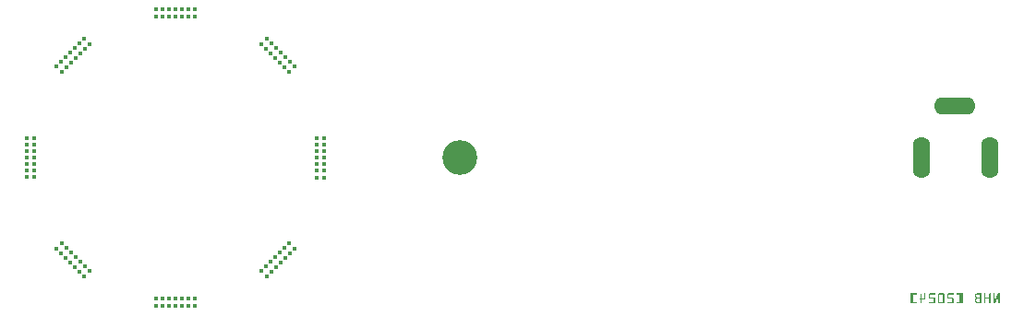
<source format=gbs>
G04 #@! TF.GenerationSoftware,KiCad,Pcbnew,7.0.10*
G04 #@! TF.CreationDate,2024-05-27T20:12:39-07:00*
G04 #@! TF.ProjectId,K40-LED_PCB,4b34302d-4c45-4445-9f50-43422e6b6963,rev?*
G04 #@! TF.SameCoordinates,Original*
G04 #@! TF.FileFunction,Soldermask,Bot*
G04 #@! TF.FilePolarity,Negative*
%FSLAX46Y46*%
G04 Gerber Fmt 4.6, Leading zero omitted, Abs format (unit mm)*
G04 Created by KiCad (PCBNEW 7.0.10) date 2024-05-27 20:12:39*
%MOMM*%
%LPD*%
G01*
G04 APERTURE LIST*
%ADD10C,0.100000*%
%ADD11C,0.400000*%
%ADD12O,1.604000X3.804000*%
%ADD13O,3.804000X1.604000*%
%ADD14C,3.200000*%
G04 APERTURE END LIST*
D10*
G36*
X197396552Y-104315788D02*
G01*
X197396552Y-105163800D01*
X197551891Y-105163800D01*
X197862323Y-104460380D01*
X197862323Y-105106647D01*
X197863130Y-105116684D01*
X197866026Y-105127355D01*
X197871029Y-105137170D01*
X197877135Y-105145058D01*
X197879176Y-105147191D01*
X197886900Y-105153662D01*
X197896586Y-105159112D01*
X197907187Y-105162486D01*
X197917215Y-105163735D01*
X197920209Y-105163800D01*
X197930342Y-105163005D01*
X197941092Y-105160150D01*
X197950957Y-105155220D01*
X197958863Y-105149202D01*
X197960997Y-105147191D01*
X197967564Y-105139479D01*
X197973094Y-105129835D01*
X197976517Y-105119306D01*
X197977784Y-105109367D01*
X197977850Y-105106402D01*
X197977850Y-104257170D01*
X197824710Y-104257170D01*
X197513545Y-104960589D01*
X197513545Y-104315788D01*
X197512703Y-104305727D01*
X197510179Y-104296274D01*
X197505971Y-104287428D01*
X197500081Y-104279190D01*
X197495959Y-104274756D01*
X197487962Y-104267903D01*
X197479356Y-104262734D01*
X197470143Y-104259248D01*
X197460322Y-104257445D01*
X197454438Y-104257170D01*
X197444210Y-104257988D01*
X197434683Y-104260443D01*
X197424653Y-104265251D01*
X197416629Y-104271212D01*
X197413405Y-104274267D01*
X197406838Y-104282098D01*
X197401885Y-104290629D01*
X197398544Y-104299862D01*
X197396816Y-104309797D01*
X197396552Y-104315788D01*
G37*
G36*
X197135457Y-105106402D02*
G01*
X197135457Y-104314567D01*
X197134650Y-104304708D01*
X197131754Y-104294156D01*
X197126750Y-104284367D01*
X197120645Y-104276428D01*
X197118604Y-104274267D01*
X197110892Y-104267605D01*
X197102502Y-104262580D01*
X197092083Y-104258840D01*
X197082241Y-104257320D01*
X197077815Y-104257170D01*
X197067861Y-104257976D01*
X197057229Y-104260873D01*
X197047390Y-104265876D01*
X197039433Y-104271982D01*
X197037271Y-104274023D01*
X197030609Y-104281688D01*
X197024999Y-104291164D01*
X197021526Y-104301403D01*
X197020191Y-104312405D01*
X197020174Y-104313834D01*
X197020174Y-104647959D01*
X196668464Y-104647959D01*
X196668464Y-104313834D01*
X196667658Y-104304082D01*
X196664761Y-104293652D01*
X196659758Y-104283985D01*
X196653652Y-104276153D01*
X196651612Y-104274023D01*
X196643899Y-104267456D01*
X196634256Y-104261926D01*
X196623727Y-104258503D01*
X196613787Y-104257236D01*
X196610823Y-104257170D01*
X196600595Y-104257988D01*
X196591068Y-104260443D01*
X196581039Y-104265251D01*
X196573014Y-104271212D01*
X196569790Y-104274267D01*
X196563223Y-104282098D01*
X196558270Y-104290629D01*
X196554929Y-104299862D01*
X196553201Y-104309797D01*
X196552937Y-104315788D01*
X196552937Y-105106402D01*
X196553779Y-105116262D01*
X196556801Y-105126814D01*
X196562022Y-105136602D01*
X196568393Y-105144542D01*
X196570523Y-105146703D01*
X196578462Y-105153364D01*
X196586892Y-105158390D01*
X196597127Y-105162130D01*
X196608004Y-105163733D01*
X196610823Y-105163800D01*
X196621230Y-105162981D01*
X196630865Y-105160527D01*
X196640933Y-105155718D01*
X196648915Y-105149758D01*
X196652100Y-105146703D01*
X196658476Y-105138872D01*
X196663287Y-105130340D01*
X196666531Y-105121107D01*
X196668209Y-105111173D01*
X196668464Y-105105181D01*
X196668464Y-104757379D01*
X197018709Y-104757379D01*
X197018709Y-105105181D01*
X197019550Y-105115254D01*
X197022074Y-105124743D01*
X197026282Y-105133647D01*
X197032172Y-105141966D01*
X197036294Y-105146458D01*
X197044208Y-105153215D01*
X197052777Y-105158313D01*
X197062000Y-105161750D01*
X197071877Y-105163529D01*
X197077815Y-105163800D01*
X197087686Y-105163005D01*
X197098280Y-105160150D01*
X197108141Y-105155220D01*
X197116169Y-105149202D01*
X197118360Y-105147191D01*
X197125021Y-105139479D01*
X197130047Y-105131089D01*
X197133787Y-105120671D01*
X197135306Y-105110828D01*
X197135457Y-105106402D01*
G37*
G36*
X196290376Y-105163800D02*
G01*
X195937201Y-105163800D01*
X195925373Y-105163530D01*
X195913761Y-105162723D01*
X195902368Y-105161378D01*
X195891192Y-105159495D01*
X195880233Y-105157073D01*
X195869492Y-105154114D01*
X195858969Y-105150616D01*
X195848663Y-105146580D01*
X195838575Y-105142007D01*
X195828704Y-105136895D01*
X195819051Y-105131245D01*
X195809615Y-105125056D01*
X195800397Y-105118330D01*
X195791396Y-105111066D01*
X195782613Y-105103264D01*
X195774047Y-105094923D01*
X195765854Y-105086207D01*
X195758190Y-105077276D01*
X195751055Y-105068133D01*
X195744448Y-105058775D01*
X195738369Y-105049204D01*
X195732820Y-105039419D01*
X195727798Y-105029420D01*
X195723306Y-105019208D01*
X195719341Y-105008782D01*
X195715906Y-104998142D01*
X195712999Y-104987288D01*
X195710620Y-104976221D01*
X195708770Y-104964940D01*
X195707449Y-104953445D01*
X195706656Y-104941737D01*
X195706441Y-104932013D01*
X195824605Y-104932013D01*
X195825143Y-104944370D01*
X195826758Y-104956285D01*
X195829448Y-104967756D01*
X195833215Y-104978786D01*
X195838058Y-104989372D01*
X195843977Y-104999516D01*
X195850972Y-105009217D01*
X195859043Y-105018475D01*
X195867790Y-105026890D01*
X195876934Y-105034183D01*
X195886475Y-105040354D01*
X195896413Y-105045403D01*
X195906747Y-105049330D01*
X195917479Y-105052135D01*
X195928607Y-105053818D01*
X195940132Y-105054379D01*
X196173628Y-105054379D01*
X196173628Y-104757379D01*
X195940132Y-104757379D01*
X195928439Y-104757948D01*
X195917173Y-104759654D01*
X195906335Y-104762497D01*
X195895924Y-104766477D01*
X195885941Y-104771595D01*
X195876385Y-104777850D01*
X195867256Y-104785242D01*
X195858555Y-104793772D01*
X195850598Y-104803099D01*
X195843702Y-104812884D01*
X195837867Y-104823127D01*
X195833093Y-104833827D01*
X195829379Y-104844986D01*
X195826727Y-104856603D01*
X195825136Y-104868678D01*
X195824605Y-104881211D01*
X195824605Y-104932013D01*
X195706441Y-104932013D01*
X195706392Y-104929815D01*
X195706392Y-104878524D01*
X195706701Y-104865901D01*
X195707628Y-104853497D01*
X195709174Y-104841309D01*
X195711338Y-104829339D01*
X195714120Y-104817587D01*
X195717520Y-104806052D01*
X195721539Y-104794735D01*
X195726175Y-104783636D01*
X195731430Y-104772753D01*
X195737304Y-104762089D01*
X195743795Y-104751642D01*
X195750905Y-104741412D01*
X195758633Y-104731400D01*
X195766979Y-104721605D01*
X195775944Y-104712028D01*
X195785526Y-104702669D01*
X195775944Y-104693730D01*
X195766979Y-104684561D01*
X195758633Y-104675160D01*
X195750905Y-104665529D01*
X195743795Y-104655667D01*
X195737304Y-104645573D01*
X195731430Y-104635249D01*
X195726175Y-104624694D01*
X195721539Y-104613909D01*
X195717520Y-104602892D01*
X195714120Y-104591644D01*
X195711338Y-104580166D01*
X195709174Y-104568457D01*
X195707628Y-104556516D01*
X195706701Y-104544345D01*
X195706392Y-104531943D01*
X195706392Y-104531699D01*
X195824605Y-104531699D01*
X195825143Y-104543453D01*
X195826758Y-104554780D01*
X195829448Y-104565679D01*
X195833215Y-104576151D01*
X195838058Y-104586196D01*
X195843977Y-104595813D01*
X195850972Y-104605002D01*
X195859043Y-104613765D01*
X195867790Y-104621779D01*
X195876934Y-104628724D01*
X195886475Y-104634602D01*
X195896413Y-104639410D01*
X195906747Y-104643150D01*
X195917479Y-104645821D01*
X195928607Y-104647424D01*
X195940132Y-104647959D01*
X196175094Y-104647959D01*
X196175094Y-104366591D01*
X195940132Y-104366591D01*
X195928496Y-104367133D01*
X195917280Y-104368759D01*
X195906484Y-104371468D01*
X195896107Y-104375261D01*
X195886151Y-104380139D01*
X195876614Y-104386100D01*
X195867497Y-104393145D01*
X195858799Y-104401273D01*
X195850785Y-104410100D01*
X195843839Y-104419363D01*
X195837962Y-104429060D01*
X195833154Y-104439192D01*
X195829414Y-104449759D01*
X195826742Y-104460762D01*
X195825140Y-104472199D01*
X195824605Y-104484072D01*
X195824605Y-104531699D01*
X195706392Y-104531699D01*
X195706392Y-104484316D01*
X195706656Y-104472670D01*
X195707449Y-104461239D01*
X195708770Y-104450024D01*
X195710620Y-104439024D01*
X195712999Y-104428240D01*
X195715906Y-104417672D01*
X195719341Y-104407319D01*
X195723306Y-104397182D01*
X195727798Y-104387261D01*
X195732820Y-104377555D01*
X195738369Y-104368065D01*
X195744448Y-104358790D01*
X195751055Y-104349731D01*
X195758190Y-104340888D01*
X195765854Y-104332260D01*
X195774047Y-104323848D01*
X195782613Y-104315774D01*
X195791396Y-104308221D01*
X195800397Y-104301188D01*
X195809615Y-104294677D01*
X195819051Y-104288686D01*
X195828704Y-104283216D01*
X195838575Y-104278267D01*
X195848663Y-104273840D01*
X195858969Y-104269933D01*
X195869492Y-104266547D01*
X195880233Y-104263682D01*
X195891192Y-104261337D01*
X195902368Y-104259514D01*
X195913761Y-104258212D01*
X195925373Y-104257431D01*
X195937201Y-104257170D01*
X196290376Y-104257170D01*
X196290376Y-105163800D01*
G37*
G36*
X194544314Y-104257320D02*
G01*
X194554156Y-104258840D01*
X194564575Y-104262580D01*
X194572964Y-104267605D01*
X194580676Y-104274267D01*
X194584626Y-104278656D01*
X194590271Y-104286887D01*
X194594303Y-104295820D01*
X194596723Y-104305453D01*
X194597529Y-104315788D01*
X194597529Y-105106402D01*
X194597462Y-105109279D01*
X194596177Y-105118971D01*
X194592704Y-105129332D01*
X194587094Y-105138930D01*
X194580432Y-105146703D01*
X194578242Y-105148773D01*
X194570214Y-105154967D01*
X194560353Y-105160043D01*
X194549759Y-105162981D01*
X194539888Y-105163800D01*
X194073872Y-105163800D01*
X194070908Y-105163737D01*
X194060969Y-105162544D01*
X194050440Y-105159319D01*
X194040796Y-105154110D01*
X194033084Y-105147924D01*
X194032047Y-105146910D01*
X194025711Y-105139452D01*
X194020444Y-105130155D01*
X194017284Y-105120034D01*
X194016231Y-105109089D01*
X194016248Y-105107676D01*
X194017564Y-105096853D01*
X194020987Y-105086885D01*
X194026517Y-105077772D01*
X194033084Y-105070499D01*
X194035218Y-105068547D01*
X194043124Y-105062706D01*
X194052989Y-105057921D01*
X194063740Y-105055150D01*
X194073872Y-105054379D01*
X194306147Y-105054379D01*
X194306147Y-104366591D01*
X194421674Y-104366591D01*
X194421674Y-105054379D01*
X194482002Y-105054379D01*
X194482002Y-104366591D01*
X194421674Y-104366591D01*
X194306147Y-104366591D01*
X194073872Y-104366591D01*
X194070908Y-104366527D01*
X194060969Y-104365296D01*
X194050440Y-104361972D01*
X194040796Y-104356603D01*
X194033084Y-104350227D01*
X194032047Y-104349198D01*
X194025711Y-104341648D01*
X194020444Y-104332275D01*
X194017284Y-104322108D01*
X194016231Y-104311148D01*
X194016248Y-104309795D01*
X194017603Y-104299365D01*
X194021125Y-104289637D01*
X194026815Y-104280611D01*
X194033572Y-104273290D01*
X194035733Y-104271338D01*
X194043672Y-104265498D01*
X194053461Y-104260712D01*
X194064013Y-104257941D01*
X194073872Y-104257170D01*
X194539888Y-104257170D01*
X194544314Y-104257320D01*
G37*
G36*
X193228792Y-105163800D02*
G01*
X193753670Y-105163800D01*
X193753670Y-104764951D01*
X193753140Y-104753136D01*
X193751548Y-104741748D01*
X193748896Y-104730787D01*
X193745183Y-104720254D01*
X193740408Y-104710149D01*
X193734573Y-104700471D01*
X193727677Y-104691220D01*
X193719720Y-104682397D01*
X193711023Y-104674325D01*
X193701906Y-104667330D01*
X193692369Y-104661411D01*
X193682412Y-104656568D01*
X193672036Y-104652801D01*
X193661239Y-104650111D01*
X193650023Y-104648497D01*
X193638387Y-104647959D01*
X193288143Y-104647959D01*
X193288143Y-104366591D01*
X193700181Y-104366591D01*
X193710588Y-104365831D01*
X193720223Y-104363552D01*
X193730291Y-104359087D01*
X193739350Y-104352638D01*
X193741458Y-104350715D01*
X193748617Y-104342243D01*
X193753731Y-104332946D01*
X193756799Y-104322826D01*
X193757822Y-104311880D01*
X193756799Y-104300951D01*
X193753731Y-104290876D01*
X193748617Y-104281655D01*
X193741458Y-104273290D01*
X193733806Y-104267009D01*
X193724116Y-104261720D01*
X193713419Y-104258445D01*
X193703233Y-104257233D01*
X193700181Y-104257170D01*
X193287899Y-104257170D01*
X193276088Y-104257689D01*
X193264711Y-104259246D01*
X193253770Y-104261841D01*
X193243264Y-104265474D01*
X193233192Y-104270145D01*
X193223556Y-104275855D01*
X193214355Y-104282602D01*
X193205589Y-104290387D01*
X193197518Y-104298840D01*
X193190522Y-104307713D01*
X193184603Y-104317006D01*
X193179760Y-104326718D01*
X193175994Y-104336850D01*
X193173303Y-104347403D01*
X193171689Y-104358374D01*
X193171151Y-104369766D01*
X193171151Y-104643562D01*
X193171689Y-104655244D01*
X193173303Y-104666475D01*
X193175994Y-104677256D01*
X193179760Y-104687587D01*
X193184603Y-104697467D01*
X193190522Y-104706897D01*
X193197518Y-104715877D01*
X193205589Y-104724407D01*
X193214355Y-104732135D01*
X193223556Y-104738832D01*
X193233192Y-104744499D01*
X193243264Y-104749136D01*
X193253770Y-104752743D01*
X193264711Y-104755319D01*
X193276088Y-104756864D01*
X193287899Y-104757379D01*
X193638387Y-104757379D01*
X193638387Y-105054379D01*
X193228792Y-105054379D01*
X193218933Y-105055150D01*
X193208381Y-105057921D01*
X193198592Y-105062706D01*
X193190653Y-105068547D01*
X193188492Y-105070499D01*
X193181735Y-105077772D01*
X193176045Y-105086885D01*
X193172523Y-105096853D01*
X193171168Y-105107676D01*
X193171151Y-105109089D01*
X193172235Y-105120034D01*
X193175486Y-105130155D01*
X193180905Y-105139452D01*
X193187425Y-105146910D01*
X193188492Y-105147924D01*
X193196264Y-105154110D01*
X193205862Y-105159319D01*
X193216224Y-105162544D01*
X193227348Y-105163784D01*
X193228792Y-105163800D01*
G37*
G36*
X192809843Y-104257681D02*
G01*
X192820617Y-104259216D01*
X192831001Y-104261773D01*
X192840996Y-104265352D01*
X192850601Y-104269955D01*
X192859818Y-104275580D01*
X192868645Y-104282228D01*
X192877083Y-104289899D01*
X192884811Y-104298272D01*
X192891508Y-104307026D01*
X192897175Y-104316162D01*
X192901812Y-104325680D01*
X192905419Y-104335580D01*
X192907995Y-104345861D01*
X192909540Y-104356523D01*
X192910055Y-104367568D01*
X192910055Y-105053402D01*
X192909552Y-105064614D01*
X192908040Y-105075414D01*
X192905522Y-105085802D01*
X192901995Y-105095778D01*
X192897462Y-105105342D01*
X192891920Y-105114493D01*
X192885372Y-105123232D01*
X192877815Y-105131559D01*
X192869526Y-105139116D01*
X192860779Y-105145664D01*
X192851574Y-105151206D01*
X192841912Y-105155739D01*
X192831791Y-105159266D01*
X192821212Y-105161784D01*
X192810175Y-105163296D01*
X192798681Y-105163800D01*
X192440376Y-105163800D01*
X192429050Y-105163296D01*
X192418150Y-105161784D01*
X192407678Y-105159266D01*
X192397634Y-105155739D01*
X192388017Y-105151206D01*
X192378827Y-105145664D01*
X192370065Y-105139116D01*
X192361730Y-105131559D01*
X192354059Y-105123232D01*
X192347411Y-105114493D01*
X192341786Y-105105342D01*
X192337184Y-105095778D01*
X192333604Y-105085802D01*
X192331047Y-105075414D01*
X192329513Y-105064614D01*
X192329002Y-105053402D01*
X192329002Y-104367568D01*
X192329047Y-104366591D01*
X192443063Y-104366591D01*
X192443063Y-105054379D01*
X192794773Y-105054379D01*
X192794773Y-104366591D01*
X192443063Y-104366591D01*
X192329047Y-104366591D01*
X192329513Y-104356523D01*
X192331047Y-104345861D01*
X192333604Y-104335580D01*
X192337184Y-104325680D01*
X192341786Y-104316162D01*
X192347411Y-104307026D01*
X192354059Y-104298272D01*
X192361730Y-104289899D01*
X192370042Y-104282228D01*
X192378736Y-104275580D01*
X192387811Y-104269955D01*
X192397267Y-104265352D01*
X192407106Y-104261773D01*
X192417326Y-104259216D01*
X192427928Y-104257681D01*
X192438911Y-104257170D01*
X192798681Y-104257170D01*
X192809843Y-104257681D01*
G37*
G36*
X191538632Y-105163800D02*
G01*
X192063510Y-105163800D01*
X192063510Y-104764951D01*
X192062979Y-104753136D01*
X192061388Y-104741748D01*
X192058735Y-104730787D01*
X192055022Y-104720254D01*
X192050248Y-104710149D01*
X192044413Y-104700471D01*
X192037517Y-104691220D01*
X192029560Y-104682397D01*
X192020863Y-104674325D01*
X192011745Y-104667330D01*
X192002208Y-104661411D01*
X191992252Y-104656568D01*
X191981875Y-104652801D01*
X191971079Y-104650111D01*
X191959863Y-104648497D01*
X191948227Y-104647959D01*
X191597983Y-104647959D01*
X191597983Y-104366591D01*
X192010020Y-104366591D01*
X192020427Y-104365831D01*
X192030063Y-104363552D01*
X192040130Y-104359087D01*
X192049190Y-104352638D01*
X192051297Y-104350715D01*
X192058457Y-104342243D01*
X192063571Y-104332946D01*
X192066639Y-104322826D01*
X192067662Y-104311880D01*
X192066639Y-104300951D01*
X192063571Y-104290876D01*
X192058457Y-104281655D01*
X192051297Y-104273290D01*
X192043646Y-104267009D01*
X192033956Y-104261720D01*
X192023259Y-104258445D01*
X192013073Y-104257233D01*
X192010020Y-104257170D01*
X191597739Y-104257170D01*
X191585927Y-104257689D01*
X191574551Y-104259246D01*
X191563609Y-104261841D01*
X191553103Y-104265474D01*
X191543032Y-104270145D01*
X191533396Y-104275855D01*
X191524195Y-104282602D01*
X191515429Y-104290387D01*
X191507357Y-104298840D01*
X191500362Y-104307713D01*
X191494443Y-104317006D01*
X191489600Y-104326718D01*
X191485833Y-104336850D01*
X191483143Y-104347403D01*
X191481529Y-104358374D01*
X191480990Y-104369766D01*
X191480990Y-104643562D01*
X191481529Y-104655244D01*
X191483143Y-104666475D01*
X191485833Y-104677256D01*
X191489600Y-104687587D01*
X191494443Y-104697467D01*
X191500362Y-104706897D01*
X191507357Y-104715877D01*
X191515429Y-104724407D01*
X191524195Y-104732135D01*
X191533396Y-104738832D01*
X191543032Y-104744499D01*
X191553103Y-104749136D01*
X191563609Y-104752743D01*
X191574551Y-104755319D01*
X191585927Y-104756864D01*
X191597739Y-104757379D01*
X191948227Y-104757379D01*
X191948227Y-105054379D01*
X191538632Y-105054379D01*
X191528773Y-105055150D01*
X191518221Y-105057921D01*
X191508432Y-105062706D01*
X191500493Y-105068547D01*
X191498332Y-105070499D01*
X191491575Y-105077772D01*
X191485885Y-105086885D01*
X191482362Y-105096853D01*
X191481007Y-105107676D01*
X191480990Y-105109089D01*
X191482074Y-105120034D01*
X191485326Y-105130155D01*
X191490745Y-105139452D01*
X191497265Y-105146910D01*
X191498332Y-105147924D01*
X191506104Y-105154110D01*
X191515702Y-105159319D01*
X191526063Y-105162544D01*
X191537188Y-105163784D01*
X191538632Y-105163800D01*
G37*
G36*
X190840097Y-105106402D02*
G01*
X190840097Y-104866800D01*
X191187655Y-104866800D01*
X191187655Y-104315788D01*
X191186825Y-104305632D01*
X191184336Y-104296107D01*
X191180187Y-104287213D01*
X191174378Y-104278950D01*
X191170314Y-104274511D01*
X191162304Y-104267754D01*
X191153664Y-104262657D01*
X191144393Y-104259219D01*
X191134490Y-104257441D01*
X191128548Y-104257170D01*
X191118689Y-104258012D01*
X191108137Y-104261034D01*
X191098348Y-104266255D01*
X191090409Y-104272626D01*
X191088248Y-104274756D01*
X191081491Y-104282765D01*
X191076394Y-104291405D01*
X191072956Y-104300677D01*
X191071178Y-104310579D01*
X191070907Y-104316521D01*
X191070907Y-104757379D01*
X190840097Y-104757379D01*
X190840097Y-104411532D01*
X190839291Y-104401066D01*
X190836871Y-104391256D01*
X190832839Y-104382099D01*
X190827194Y-104373598D01*
X190823244Y-104369033D01*
X190815532Y-104361991D01*
X190807143Y-104356678D01*
X190796724Y-104352724D01*
X190786882Y-104351118D01*
X190782456Y-104350959D01*
X190772228Y-104351824D01*
X190762701Y-104354419D01*
X190753875Y-104358743D01*
X190745751Y-104364797D01*
X190741423Y-104369033D01*
X190734856Y-104377161D01*
X190729903Y-104385943D01*
X190726562Y-104395380D01*
X190724834Y-104405471D01*
X190724570Y-104411532D01*
X190724570Y-104757379D01*
X190714437Y-104758151D01*
X190703687Y-104760921D01*
X190693822Y-104765707D01*
X190685916Y-104771547D01*
X190683782Y-104773499D01*
X190677215Y-104780772D01*
X190671685Y-104789886D01*
X190668262Y-104799854D01*
X190666945Y-104810677D01*
X190666929Y-104812090D01*
X190667982Y-104823035D01*
X190671142Y-104833156D01*
X190676409Y-104842452D01*
X190682745Y-104849910D01*
X190683782Y-104850924D01*
X190691494Y-104857110D01*
X190701138Y-104862320D01*
X190711667Y-104865544D01*
X190721606Y-104866738D01*
X190724570Y-104866800D01*
X190724570Y-105106647D01*
X190725400Y-105116684D01*
X190728381Y-105127355D01*
X190733529Y-105137170D01*
X190739812Y-105145058D01*
X190741912Y-105147191D01*
X190749695Y-105153662D01*
X190759335Y-105159112D01*
X190769769Y-105162486D01*
X190779550Y-105163735D01*
X190782456Y-105163800D01*
X190792589Y-105163005D01*
X190803339Y-105160150D01*
X190813204Y-105155220D01*
X190821110Y-105149202D01*
X190823244Y-105147191D01*
X190829811Y-105139479D01*
X190835341Y-105129835D01*
X190838764Y-105119306D01*
X190840031Y-105109367D01*
X190840097Y-105106402D01*
G37*
G36*
X190320184Y-104257426D02*
G01*
X190330087Y-104259104D01*
X190339358Y-104262348D01*
X190347999Y-104267158D01*
X190356008Y-104273534D01*
X190357075Y-104274548D01*
X190363595Y-104281976D01*
X190369014Y-104291181D01*
X190372265Y-104301149D01*
X190373349Y-104311880D01*
X190373332Y-104313294D01*
X190371997Y-104324136D01*
X190368524Y-104334154D01*
X190362914Y-104343347D01*
X190356252Y-104350715D01*
X190351802Y-104354436D01*
X190343464Y-104359754D01*
X190334425Y-104363552D01*
X190324684Y-104365831D01*
X190314242Y-104366591D01*
X190083677Y-104366591D01*
X190083677Y-105054379D01*
X190314487Y-105054379D01*
X190317451Y-105054440D01*
X190327390Y-105055615D01*
X190337919Y-105058790D01*
X190347563Y-105063919D01*
X190355275Y-105070010D01*
X190362648Y-105078238D01*
X190367915Y-105087290D01*
X190371075Y-105097167D01*
X190372128Y-105107868D01*
X190372111Y-105109282D01*
X190370795Y-105120162D01*
X190367372Y-105130279D01*
X190361842Y-105139633D01*
X190355275Y-105147191D01*
X190353141Y-105149202D01*
X190345235Y-105155220D01*
X190335370Y-105160150D01*
X190324620Y-105163005D01*
X190314487Y-105163800D01*
X189848471Y-105163800D01*
X189845595Y-105163735D01*
X189835903Y-105162486D01*
X189825541Y-105159112D01*
X189815943Y-105153662D01*
X189808171Y-105147191D01*
X189805072Y-105143969D01*
X189799026Y-105135966D01*
X189794149Y-105125991D01*
X189791660Y-105116535D01*
X189790830Y-105106402D01*
X189790830Y-104366591D01*
X189906357Y-104366591D01*
X189906357Y-105054379D01*
X189966685Y-105054379D01*
X189966685Y-104366591D01*
X189906357Y-104366591D01*
X189790830Y-104366591D01*
X189790830Y-104314567D01*
X189790984Y-104310144D01*
X189792547Y-104300323D01*
X189796394Y-104289958D01*
X189801563Y-104281640D01*
X189808415Y-104274023D01*
X189812858Y-104270073D01*
X189821146Y-104264428D01*
X189830088Y-104260396D01*
X189839685Y-104257976D01*
X189849937Y-104257170D01*
X190314242Y-104257170D01*
X190320184Y-104257426D01*
G37*
D11*
X108749200Y-90006100D03*
X108749200Y-90606100D03*
X108749200Y-91206100D03*
X108749200Y-91806100D03*
X108749200Y-92406100D03*
X108749200Y-93006100D03*
X108749200Y-93606100D03*
X109448700Y-90006100D03*
X109448700Y-90606100D03*
X109448700Y-91206100D03*
X109448700Y-91806100D03*
X109448700Y-92406100D03*
X109448700Y-93006100D03*
X109448700Y-93606100D03*
X133336721Y-83415478D03*
X132912457Y-82991214D03*
X132488193Y-82566950D03*
X132063929Y-82142686D03*
X131639665Y-81718422D03*
X131215401Y-81294158D03*
X130791137Y-80869894D03*
X131993572Y-83061571D03*
X131569308Y-82637307D03*
X131145044Y-82213043D03*
X132842100Y-83910100D03*
X132417836Y-83485836D03*
X130720779Y-81788779D03*
X130296515Y-81364515D03*
X124206100Y-78144300D03*
X123606100Y-78144300D03*
X123006100Y-78144300D03*
X122406100Y-78144300D03*
X121806100Y-78144300D03*
X121206100Y-78144300D03*
X120606100Y-78144300D03*
X124206100Y-78843800D03*
X123606100Y-78843800D03*
X123006100Y-78843800D03*
X122406100Y-78843800D03*
X121806100Y-78843800D03*
X121206100Y-78843800D03*
X120606100Y-78843800D03*
X120602700Y-105456000D03*
X121202700Y-105456000D03*
X121802700Y-105456000D03*
X122402700Y-105456000D03*
X123002700Y-105456000D03*
X123602700Y-105456000D03*
X124202700Y-105456000D03*
X120602700Y-104756500D03*
X121202700Y-104756500D03*
X121802700Y-104756500D03*
X122402700Y-104756500D03*
X123002700Y-104756500D03*
X123602700Y-104756500D03*
X124202700Y-104756500D03*
X130778021Y-102730405D03*
X131202285Y-102306141D03*
X131626549Y-101881877D03*
X132050813Y-101457613D03*
X132475077Y-101033349D03*
X132899341Y-100609085D03*
X133323605Y-100184821D03*
X131131928Y-101387256D03*
X131556192Y-100962992D03*
X131980456Y-100538728D03*
X130283399Y-102235784D03*
X130707663Y-101811520D03*
X132404720Y-100114463D03*
X132828984Y-99690199D03*
X114027379Y-80888595D03*
X113603115Y-81312859D03*
X113178851Y-81737123D03*
X112754587Y-82161387D03*
X112330323Y-82585651D03*
X111906059Y-83009915D03*
X111481795Y-83434179D03*
X113673472Y-82231744D03*
X113249208Y-82656008D03*
X112824944Y-83080272D03*
X114522001Y-81383216D03*
X114097737Y-81807480D03*
X112400680Y-83504537D03*
X111976416Y-83928801D03*
X111481795Y-100184821D03*
X111906059Y-100609085D03*
X112330323Y-101033349D03*
X112754587Y-101457613D03*
X113178851Y-101881877D03*
X113603115Y-102306141D03*
X114027379Y-102730405D03*
X112824944Y-100538728D03*
X113249208Y-100962992D03*
X113673472Y-101387256D03*
X111976416Y-99690199D03*
X112400680Y-100114463D03*
X114097737Y-101811520D03*
X114522001Y-102235784D03*
X136056200Y-93609600D03*
X136056200Y-93009600D03*
X136056200Y-92409600D03*
X136056200Y-91809600D03*
X136056200Y-91209600D03*
X136056200Y-90609600D03*
X136056200Y-90009600D03*
X135356700Y-93609600D03*
X135356700Y-93009600D03*
X135356700Y-92409600D03*
X135356700Y-91809600D03*
X135356700Y-91209600D03*
X135356700Y-90609600D03*
X135356700Y-90009600D03*
D12*
X190842300Y-91827000D03*
X197092300Y-91827000D03*
D13*
X193842300Y-87027000D03*
D14*
X148470886Y-91809600D03*
M02*

</source>
